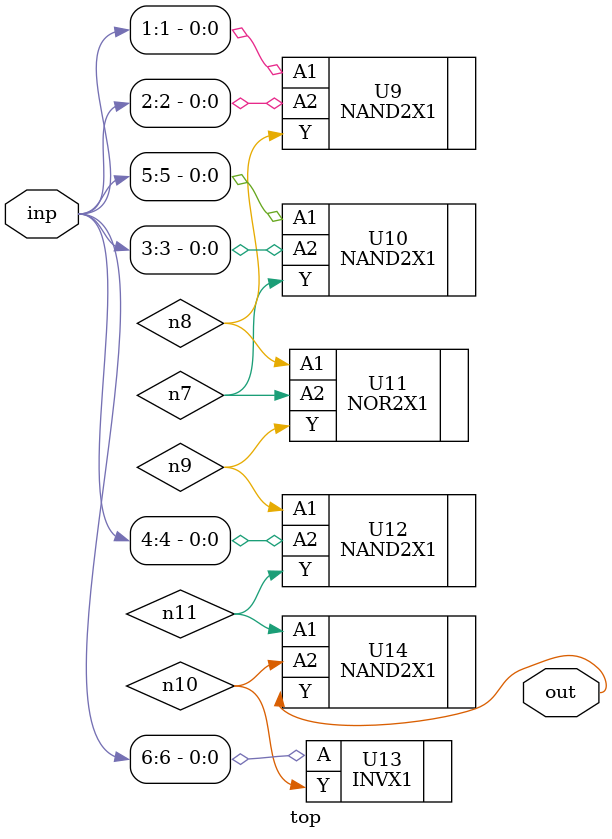
<source format=sv>


module top ( inp, out );
  input [6:0] inp;
  output out;
  wire   n7, n8, n9, n10, n11;

  NAND2X1 U9 ( .A1(inp[1]), .A2(inp[2]), .Y(n8) );
  NAND2X1 U10 ( .A1(inp[5]), .A2(inp[3]), .Y(n7) );
  NOR2X1 U11 ( .A1(n8), .A2(n7), .Y(n9) );
  NAND2X1 U12 ( .A1(n9), .A2(inp[4]), .Y(n11) );
  INVX1 U13 ( .A(inp[6]), .Y(n10) );
  NAND2X1 U14 ( .A1(n11), .A2(n10), .Y(out) );
endmodule


</source>
